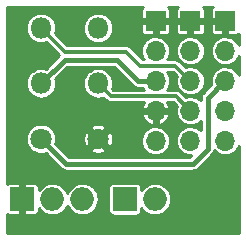
<source format=gbl>
G04 #@! TF.FileFunction,Copper,L2,Bot,Signal*
%FSLAX46Y46*%
G04 Gerber Fmt 4.6, Leading zero omitted, Abs format (unit mm)*
G04 Created by KiCad (PCBNEW 4.0.4-1.fc24-product) date Tue Jun 12 13:21:22 2018*
%MOMM*%
%LPD*%
G01*
G04 APERTURE LIST*
%ADD10C,0.100000*%
%ADD11R,1.700000X1.700000*%
%ADD12O,1.700000X1.700000*%
%ADD13O,1.800000X1.800000*%
%ADD14C,1.800000*%
%ADD15O,1.998980X1.998980*%
%ADD16R,1.998980X1.998980*%
%ADD17C,0.500000*%
%ADD18C,0.400000*%
%ADD19C,0.300000*%
%ADD20C,0.250000*%
G04 APERTURE END LIST*
D10*
D11*
X156900000Y-101600000D03*
D12*
X156900000Y-104140000D03*
X156900000Y-106680000D03*
X156900000Y-109220000D03*
X156900000Y-111760000D03*
D11*
X153950000Y-101600000D03*
D12*
X153950000Y-104140000D03*
X153950000Y-106680000D03*
X153950000Y-109220000D03*
X153950000Y-111760000D03*
D13*
X141300000Y-106900000D03*
D14*
X141300000Y-111600000D03*
D13*
X141300000Y-102200000D03*
D14*
X146130000Y-111600000D03*
D13*
X146130000Y-106900000D03*
X146130000Y-102200000D03*
D11*
X151000000Y-101600000D03*
D12*
X151000000Y-104140000D03*
X151000000Y-106680000D03*
X151000000Y-109220000D03*
X151000000Y-111760000D03*
D15*
X150940000Y-116700000D03*
D16*
X148400000Y-116700000D03*
D15*
X144800000Y-116700000D03*
D16*
X139720000Y-116700000D03*
D15*
X142260000Y-116700000D03*
D17*
X150820000Y-109220000D02*
X151000000Y-109220000D01*
D18*
X151000000Y-106680000D02*
X149480000Y-106680000D01*
X149480000Y-106680000D02*
X147700000Y-104900000D01*
X147700000Y-104900000D02*
X143300000Y-104900000D01*
X143300000Y-104900000D02*
X141300000Y-106900000D01*
D19*
X141300000Y-102200000D02*
X143300000Y-104200000D01*
X143300000Y-104200000D02*
X148500000Y-104200000D01*
X148500000Y-104200000D02*
X149710000Y-105410000D01*
X149710000Y-105410000D02*
X152680000Y-105410000D01*
X152680000Y-105410000D02*
X153950000Y-106680000D01*
X146130000Y-106900000D02*
X147189999Y-107959999D01*
X147189999Y-107959999D02*
X152689999Y-107959999D01*
X152689999Y-107959999D02*
X153950000Y-109220000D01*
D18*
X156875000Y-106700000D02*
X156800000Y-106700000D01*
X155400000Y-112450000D02*
X154150000Y-113700000D01*
X156800000Y-106700000D02*
X155400000Y-108100000D01*
X143400000Y-113700000D02*
X141300000Y-111600000D01*
X155400000Y-108100000D02*
X155400000Y-112450000D01*
X154150000Y-113700000D02*
X143400000Y-113700000D01*
D20*
X138450000Y-100450000D02*
X149923999Y-100450000D01*
X152076001Y-100450000D02*
X152873999Y-100450000D01*
X155026001Y-100450000D02*
X155823999Y-100450000D01*
X138450000Y-100649200D02*
X149787704Y-100649200D01*
X152212297Y-100649200D02*
X152737704Y-100649200D01*
X155162297Y-100649200D02*
X155687704Y-100649200D01*
X138450000Y-100848400D02*
X149775000Y-100848400D01*
X152225000Y-100848400D02*
X152725000Y-100848400D01*
X155175000Y-100848400D02*
X155675000Y-100848400D01*
X138450000Y-101047600D02*
X140732078Y-101047600D01*
X141869000Y-101047600D02*
X145562078Y-101047600D01*
X146699000Y-101047600D02*
X149775000Y-101047600D01*
X152225000Y-101047600D02*
X152725000Y-101047600D01*
X155175000Y-101047600D02*
X155675000Y-101047600D01*
X138450000Y-101246800D02*
X140436859Y-101246800D01*
X142161601Y-101246800D02*
X145266859Y-101246800D01*
X146991601Y-101246800D02*
X149775000Y-101246800D01*
X152225000Y-101246800D02*
X152725000Y-101246800D01*
X155175000Y-101246800D02*
X155675000Y-101246800D01*
X138450000Y-101446000D02*
X140258021Y-101446000D01*
X142340394Y-101446000D02*
X145088021Y-101446000D01*
X147170394Y-101446000D02*
X157095000Y-101446000D01*
X138450000Y-101645200D02*
X140142203Y-101645200D01*
X142456721Y-101645200D02*
X144972203Y-101645200D01*
X147286721Y-101645200D02*
X157095000Y-101645200D01*
X138450000Y-101844400D02*
X140069161Y-101844400D01*
X142530399Y-101844400D02*
X144899161Y-101844400D01*
X147360400Y-101844400D02*
X149799350Y-101844400D01*
X150825000Y-101844400D02*
X151175000Y-101844400D01*
X152200650Y-101844400D02*
X152749350Y-101844400D01*
X153775000Y-101844400D02*
X154125000Y-101844400D01*
X155150650Y-101844400D02*
X155699350Y-101844400D01*
X156725000Y-101844400D02*
X157075000Y-101844400D01*
X138450000Y-102043600D02*
X140029959Y-102043600D01*
X142570275Y-102043600D02*
X144859959Y-102043600D01*
X147400275Y-102043600D02*
X149775000Y-102043600D01*
X150825000Y-102043600D02*
X151175000Y-102043600D01*
X152225000Y-102043600D02*
X152725000Y-102043600D01*
X153775000Y-102043600D02*
X154125000Y-102043600D01*
X155175000Y-102043600D02*
X155675000Y-102043600D01*
X156725000Y-102043600D02*
X157075000Y-102043600D01*
X138450000Y-102242800D02*
X140018586Y-102242800D01*
X142582784Y-102242800D02*
X144848586Y-102242800D01*
X147412784Y-102242800D02*
X149775000Y-102242800D01*
X150825000Y-102242800D02*
X151175000Y-102242800D01*
X152225000Y-102242800D02*
X152725000Y-102242800D01*
X153775000Y-102242800D02*
X154125000Y-102242800D01*
X155175000Y-102242800D02*
X155675000Y-102242800D01*
X156725000Y-102242800D02*
X157075000Y-102242800D01*
X138450000Y-102442000D02*
X140038118Y-102442000D01*
X142560440Y-102442000D02*
X144868118Y-102442000D01*
X147390440Y-102442000D02*
X149775000Y-102442000D01*
X150825000Y-102442000D02*
X151175000Y-102442000D01*
X152225000Y-102442000D02*
X152725000Y-102442000D01*
X153775000Y-102442000D02*
X154125000Y-102442000D01*
X155175000Y-102442000D02*
X155675000Y-102442000D01*
X156725000Y-102442000D02*
X157075000Y-102442000D01*
X138450000Y-102641200D02*
X140095445Y-102641200D01*
X142503685Y-102641200D02*
X144925445Y-102641200D01*
X147333685Y-102641200D02*
X149826746Y-102641200D01*
X150825000Y-102641200D02*
X151175000Y-102641200D01*
X152173253Y-102641200D02*
X152776746Y-102641200D01*
X153775000Y-102641200D02*
X154125000Y-102641200D01*
X155123253Y-102641200D02*
X155726746Y-102641200D01*
X156725000Y-102641200D02*
X157075000Y-102641200D01*
X138450000Y-102840400D02*
X140188793Y-102840400D01*
X142697004Y-102840400D02*
X145018793Y-102840400D01*
X147240738Y-102840400D02*
X158050000Y-102840400D01*
X138450000Y-103039600D02*
X140329420Y-103039600D01*
X142896204Y-103039600D02*
X145159420Y-103039600D01*
X147100151Y-103039600D02*
X150445514Y-103039600D01*
X151555672Y-103039600D02*
X153395514Y-103039600D01*
X154505672Y-103039600D02*
X156345514Y-103039600D01*
X157455672Y-103039600D02*
X158050000Y-103039600D01*
X138450000Y-103238800D02*
X140541872Y-103238800D01*
X143095404Y-103238800D02*
X145371872Y-103238800D01*
X146886677Y-103238800D02*
X150154307Y-103238800D01*
X151844117Y-103238800D02*
X153104307Y-103238800D01*
X154794117Y-103238800D02*
X156054307Y-103238800D01*
X157744117Y-103238800D02*
X158050000Y-103238800D01*
X138450000Y-103438000D02*
X140954482Y-103438000D01*
X141644267Y-103438000D02*
X141781396Y-103438000D01*
X143294604Y-103438000D02*
X145784482Y-103438000D01*
X146474268Y-103438000D02*
X149979592Y-103438000D01*
X152018670Y-103438000D02*
X152929592Y-103438000D01*
X154968670Y-103438000D02*
X155879592Y-103438000D01*
X157918670Y-103438000D02*
X158050000Y-103438000D01*
X138450000Y-103637200D02*
X141980596Y-103637200D01*
X143493804Y-103637200D02*
X149868618Y-103637200D01*
X152130053Y-103637200D02*
X152818618Y-103637200D01*
X155080053Y-103637200D02*
X155768618Y-103637200D01*
X158030053Y-103637200D02*
X158050000Y-103637200D01*
X138450000Y-103836400D02*
X142179796Y-103836400D01*
X148893004Y-103836400D02*
X149801358Y-103836400D01*
X152197856Y-103836400D02*
X152751358Y-103836400D01*
X155147856Y-103836400D02*
X155701358Y-103836400D01*
X138450000Y-104035600D02*
X142378996Y-104035600D01*
X149092204Y-104035600D02*
X149769121Y-104035600D01*
X152230661Y-104035600D02*
X152719121Y-104035600D01*
X155180661Y-104035600D02*
X155669121Y-104035600D01*
X138450000Y-104234800D02*
X142578196Y-104234800D01*
X149291404Y-104234800D02*
X149768466Y-104234800D01*
X152231888Y-104234800D02*
X152718466Y-104234800D01*
X155181888Y-104234800D02*
X155668466Y-104234800D01*
X138450000Y-104434000D02*
X142777396Y-104434000D01*
X149490604Y-104434000D02*
X149799318Y-104434000D01*
X152201614Y-104434000D02*
X152749318Y-104434000D01*
X155151614Y-104434000D02*
X155699318Y-104434000D01*
X138450000Y-104633200D02*
X142739486Y-104633200D01*
X149689804Y-104633200D02*
X149864928Y-104633200D01*
X152136573Y-104633200D02*
X152814928Y-104633200D01*
X155086573Y-104633200D02*
X155764928Y-104633200D01*
X158036573Y-104633200D02*
X158050000Y-104633200D01*
X138450000Y-104832400D02*
X142540286Y-104832400D01*
X149889004Y-104832400D02*
X149973612Y-104832400D01*
X152028350Y-104832400D02*
X152923612Y-104832400D01*
X154978350Y-104832400D02*
X155873612Y-104832400D01*
X157928350Y-104832400D02*
X158050000Y-104832400D01*
X138450000Y-105031600D02*
X142341086Y-105031600D01*
X153058183Y-105031600D02*
X153094442Y-105031600D01*
X154807463Y-105031600D02*
X156044442Y-105031600D01*
X157757463Y-105031600D02*
X158050000Y-105031600D01*
X138450000Y-105230800D02*
X142141886Y-105230800D01*
X153257404Y-105230800D02*
X153376866Y-105230800D01*
X154522542Y-105230800D02*
X156326866Y-105230800D01*
X157472542Y-105230800D02*
X158050000Y-105230800D01*
X138450000Y-105430000D02*
X141942686Y-105430000D01*
X153456604Y-105430000D02*
X158050000Y-105430000D01*
X138450000Y-105629200D02*
X141084960Y-105629200D01*
X141502937Y-105629200D02*
X141743486Y-105629200D01*
X143398114Y-105629200D02*
X145914960Y-105629200D01*
X146332937Y-105629200D02*
X147601885Y-105629200D01*
X154595894Y-105629200D02*
X156252229Y-105629200D01*
X157545894Y-105629200D02*
X158050000Y-105629200D01*
X138450000Y-105828400D02*
X140584118Y-105828400D01*
X143198914Y-105828400D02*
X145414118Y-105828400D01*
X146848436Y-105828400D02*
X147801085Y-105828400D01*
X154848388Y-105828400D02*
X156003351Y-105828400D01*
X157798388Y-105828400D02*
X158050000Y-105828400D01*
X138450000Y-106027600D02*
X140357371Y-106027600D01*
X142999714Y-106027600D02*
X145187371Y-106027600D01*
X147073829Y-106027600D02*
X148000285Y-106027600D01*
X152051844Y-106027600D02*
X152540996Y-106027600D01*
X155001844Y-106027600D02*
X155849507Y-106027600D01*
X157951844Y-106027600D02*
X158050000Y-106027600D01*
X138450000Y-106226800D02*
X140207294Y-106226800D01*
X142800514Y-106226800D02*
X145037294Y-106226800D01*
X147223767Y-106226800D02*
X148199485Y-106226800D01*
X152153827Y-106226800D02*
X152740196Y-106226800D01*
X155103827Y-106226800D02*
X155747667Y-106226800D01*
X138450000Y-106426000D02*
X140106720Y-106426000D01*
X142601314Y-106426000D02*
X144936720Y-106426000D01*
X147324652Y-106426000D02*
X148398685Y-106426000D01*
X152212455Y-106426000D02*
X152736004Y-106426000D01*
X155162455Y-106426000D02*
X155686004Y-106426000D01*
X138450000Y-106625200D02*
X140043529Y-106625200D01*
X142554794Y-106625200D02*
X144873529Y-106625200D01*
X147384794Y-106625200D02*
X148597885Y-106625200D01*
X152235175Y-106625200D02*
X152713908Y-106625200D01*
X155185175Y-106625200D02*
X155663908Y-106625200D01*
X138450000Y-106824400D02*
X140020895Y-106824400D01*
X142578197Y-106824400D02*
X144850895Y-106824400D01*
X147408197Y-106824400D02*
X148797085Y-106824400D01*
X152226674Y-106824400D02*
X152722979Y-106824400D01*
X155176674Y-106824400D02*
X155672979Y-106824400D01*
X138450000Y-107023600D02*
X140026509Y-107023600D01*
X142573720Y-107023600D02*
X144856509Y-107023600D01*
X147403720Y-107023600D02*
X148996285Y-107023600D01*
X152186260Y-107023600D02*
X152763916Y-107023600D01*
X155136260Y-107023600D02*
X155649086Y-107023600D01*
X138450000Y-107222800D02*
X140059698Y-107222800D01*
X142541244Y-107222800D02*
X144889698Y-107222800D01*
X147371244Y-107222800D02*
X149264093Y-107222800D01*
X152109754Y-107222800D02*
X152840858Y-107222800D01*
X155059754Y-107222800D02*
X155449886Y-107222800D01*
X138450000Y-107422000D02*
X140125839Y-107422000D01*
X142475829Y-107422000D02*
X144955839Y-107422000D01*
X147408604Y-107422000D02*
X150013491Y-107422000D01*
X151987317Y-107422000D02*
X152963491Y-107422000D01*
X154937317Y-107422000D02*
X155250686Y-107422000D01*
X138450000Y-107621200D02*
X140232855Y-107621200D01*
X142366318Y-107621200D02*
X145062855Y-107621200D01*
X153107804Y-107621200D02*
X153153553Y-107621200D01*
X154746648Y-107621200D02*
X155051486Y-107621200D01*
X138450000Y-107820400D02*
X140398751Y-107820400D01*
X142202352Y-107820400D02*
X145228751Y-107820400D01*
X153307004Y-107820400D02*
X153474112Y-107820400D01*
X154429257Y-107820400D02*
X154889299Y-107820400D01*
X138450000Y-108019600D02*
X140670338Y-108019600D01*
X141930663Y-108019600D02*
X145500338Y-108019600D01*
X153506204Y-108019600D02*
X153667447Y-108019600D01*
X154236744Y-108019600D02*
X154822963Y-108019600D01*
X138450000Y-108218800D02*
X146692196Y-108218800D01*
X154674942Y-108218800D02*
X154815000Y-108218800D01*
X138450000Y-108418000D02*
X146917418Y-108418000D01*
X138450000Y-108617200D02*
X149937176Y-108617200D01*
X152062825Y-108617200D02*
X152590596Y-108617200D01*
X138450000Y-108816400D02*
X149846885Y-108816400D01*
X152153116Y-108816400D02*
X152782312Y-108816400D01*
X138450000Y-109015600D02*
X149874136Y-109015600D01*
X152125863Y-109015600D02*
X152729632Y-109015600D01*
X138450000Y-109214800D02*
X152709365Y-109214800D01*
X138450000Y-109414000D02*
X149877049Y-109414000D01*
X150825000Y-109414000D02*
X151175000Y-109414000D01*
X152122952Y-109414000D02*
X152727493Y-109414000D01*
X138450000Y-109613200D02*
X149842577Y-109613200D01*
X150825000Y-109613200D02*
X151175000Y-109613200D01*
X152157422Y-109613200D02*
X152778514Y-109613200D01*
X138450000Y-109812400D02*
X149930314Y-109812400D01*
X150825000Y-109812400D02*
X151175000Y-109812400D01*
X152069685Y-109812400D02*
X152866789Y-109812400D01*
X138450000Y-110011600D02*
X150068315Y-110011600D01*
X150825000Y-110011600D02*
X151175000Y-110011600D01*
X151931684Y-110011600D02*
X153003371Y-110011600D01*
X138450000Y-110210800D02*
X150288893Y-110210800D01*
X150825000Y-110210800D02*
X151175000Y-110210800D01*
X151711106Y-110210800D02*
X153212664Y-110210800D01*
X154685833Y-110210800D02*
X154815000Y-110210800D01*
X138450000Y-110410000D02*
X140814941Y-110410000D01*
X141785242Y-110410000D02*
X145671214Y-110410000D01*
X146588856Y-110410000D02*
X153630471Y-110410000D01*
X154266999Y-110410000D02*
X154815000Y-110410000D01*
X138450000Y-110609200D02*
X140475096Y-110609200D01*
X142127126Y-110609200D02*
X145444620Y-110609200D01*
X146815381Y-110609200D02*
X150553165Y-110609200D01*
X151443103Y-110609200D02*
X153503165Y-110609200D01*
X154393103Y-110609200D02*
X154815000Y-110609200D01*
X138450000Y-110808400D02*
X140284592Y-110808400D01*
X142316892Y-110808400D02*
X145585887Y-110808400D01*
X146674113Y-110808400D02*
X150216103Y-110808400D01*
X151784053Y-110808400D02*
X153166103Y-110808400D01*
X154734053Y-110808400D02*
X154815000Y-110808400D01*
X138450000Y-111007600D02*
X140155790Y-111007600D01*
X142445762Y-111007600D02*
X144995382Y-111007600D01*
X145290113Y-111007600D02*
X145785087Y-111007600D01*
X146474913Y-111007600D02*
X146969887Y-111007600D01*
X147264722Y-111007600D02*
X150021286Y-111007600D01*
X151978147Y-111007600D02*
X152971286Y-111007600D01*
X138450000Y-111206800D02*
X140070413Y-111206800D01*
X142527866Y-111206800D02*
X144912773Y-111206800D01*
X145489313Y-111206800D02*
X145984287Y-111206800D01*
X146275713Y-111206800D02*
X146770687Y-111206800D01*
X147347135Y-111206800D02*
X149895870Y-111206800D01*
X152103705Y-111206800D02*
X152845870Y-111206800D01*
X138450000Y-111406000D02*
X140027472Y-111406000D01*
X142571592Y-111406000D02*
X144868587Y-111406000D01*
X145688513Y-111406000D02*
X146571487Y-111406000D01*
X147391366Y-111406000D02*
X149816959Y-111406000D01*
X152183023Y-111406000D02*
X152766959Y-111406000D01*
X138450000Y-111605200D02*
X140014747Y-111605200D01*
X142583223Y-111605200D02*
X144854998Y-111605200D01*
X145877313Y-111605200D02*
X146382687Y-111605200D01*
X147404998Y-111605200D02*
X149774419Y-111605200D01*
X152226074Y-111605200D02*
X152724419Y-111605200D01*
X138450000Y-111804400D02*
X140030994Y-111804400D01*
X142571365Y-111804400D02*
X144870698Y-111804400D01*
X145678113Y-111804400D02*
X146581887Y-111804400D01*
X147389340Y-111804400D02*
X149763879Y-111804400D01*
X152237185Y-111804400D02*
X152713879Y-111804400D01*
X138450000Y-112003600D02*
X140077684Y-112003600D01*
X142530915Y-112003600D02*
X144917168Y-112003600D01*
X145478913Y-112003600D02*
X145973887Y-112003600D01*
X146286113Y-112003600D02*
X146781087Y-112003600D01*
X147342914Y-112003600D02*
X149784484Y-112003600D01*
X152216248Y-112003600D02*
X152734484Y-112003600D01*
X138450000Y-112202800D02*
X140159681Y-112202800D01*
X142730115Y-112202800D02*
X144999581Y-112202800D01*
X145279713Y-112202800D02*
X145774687Y-112202800D01*
X146485313Y-112202800D02*
X146980287Y-112202800D01*
X147260305Y-112202800D02*
X149843113Y-112202800D01*
X152155553Y-112202800D02*
X152793113Y-112202800D01*
X138450000Y-112402000D02*
X140288057Y-112402000D01*
X142929315Y-112402000D02*
X145575487Y-112402000D01*
X146684513Y-112402000D02*
X149942719Y-112402000D01*
X152056116Y-112402000D02*
X152892719Y-112402000D01*
X157956116Y-112402000D02*
X158050000Y-112402000D01*
X138450000Y-112601200D02*
X140488873Y-112601200D01*
X143128515Y-112601200D02*
X145450684Y-112601200D01*
X146809315Y-112601200D02*
X150093250Y-112601200D01*
X151905252Y-112601200D02*
X153043250Y-112601200D01*
X155962835Y-112601200D02*
X155993250Y-112601200D01*
X157805252Y-112601200D02*
X158050000Y-112601200D01*
X138450000Y-112800400D02*
X140837769Y-112800400D01*
X143327715Y-112800400D02*
X145696222Y-112800400D01*
X146563648Y-112800400D02*
X150335189Y-112800400D01*
X151667331Y-112800400D02*
X153285189Y-112800400D01*
X155865997Y-112800400D02*
X156235189Y-112800400D01*
X157567331Y-112800400D02*
X158050000Y-112800400D01*
X138450000Y-112999600D02*
X141872285Y-112999600D01*
X143526915Y-112999600D02*
X154023086Y-112999600D01*
X155677714Y-112999600D02*
X158050000Y-112999600D01*
X138450000Y-113198800D02*
X142071485Y-113198800D01*
X155478514Y-113198800D02*
X158050000Y-113198800D01*
X138450000Y-113398000D02*
X142270685Y-113398000D01*
X155279314Y-113398000D02*
X158050000Y-113398000D01*
X138450000Y-113597200D02*
X142469885Y-113597200D01*
X155080114Y-113597200D02*
X158050000Y-113597200D01*
X138450000Y-113796400D02*
X142669085Y-113796400D01*
X154880914Y-113796400D02*
X158050000Y-113796400D01*
X138450000Y-113995600D02*
X142868285Y-113995600D01*
X154681714Y-113995600D02*
X158050000Y-113995600D01*
X138450000Y-114194800D02*
X143090743Y-114194800D01*
X154460553Y-114194800D02*
X158050000Y-114194800D01*
X138450000Y-114394000D02*
X158050000Y-114394000D01*
X138450000Y-114593200D02*
X158050000Y-114593200D01*
X138450000Y-114792400D02*
X158050000Y-114792400D01*
X138450000Y-114991600D02*
X158050000Y-114991600D01*
X138450000Y-115190800D02*
X158050000Y-115190800D01*
X138450000Y-115390000D02*
X138510239Y-115390000D01*
X139515740Y-115390000D02*
X139924260Y-115390000D01*
X140929762Y-115390000D02*
X141824995Y-115390000D01*
X142694001Y-115390000D02*
X144364995Y-115390000D01*
X145234001Y-115390000D02*
X147175634Y-115390000D01*
X149625635Y-115390000D02*
X150504995Y-115390000D01*
X151374001Y-115390000D02*
X158050000Y-115390000D01*
X139545000Y-115589200D02*
X139895000Y-115589200D01*
X141079282Y-115589200D02*
X141435184Y-115589200D01*
X143086504Y-115589200D02*
X143975184Y-115589200D01*
X145626504Y-115589200D02*
X147030557Y-115589200D01*
X149765980Y-115589200D02*
X150115184Y-115589200D01*
X151766504Y-115589200D02*
X158050000Y-115589200D01*
X139545000Y-115788400D02*
X139895000Y-115788400D01*
X141094490Y-115788400D02*
X141219177Y-115788400D01*
X143301771Y-115788400D02*
X143759177Y-115788400D01*
X145841771Y-115788400D02*
X147013648Y-115788400D01*
X149786352Y-115788400D02*
X149899177Y-115788400D01*
X151981771Y-115788400D02*
X158050000Y-115788400D01*
X139545000Y-115987600D02*
X139895000Y-115987600D01*
X143449081Y-115987600D02*
X143612094Y-115987600D01*
X145989081Y-115987600D02*
X147013648Y-115987600D01*
X152129081Y-115987600D02*
X158050000Y-115987600D01*
X139545000Y-116186800D02*
X139895000Y-116186800D01*
X146091977Y-116186800D02*
X147013648Y-116186800D01*
X152231977Y-116186800D02*
X158050000Y-116186800D01*
X139545000Y-116386000D02*
X139895000Y-116386000D01*
X146150605Y-116386000D02*
X147013648Y-116386000D01*
X152290605Y-116386000D02*
X158050000Y-116386000D01*
X139525000Y-116585200D02*
X139915000Y-116585200D01*
X146179828Y-116585200D02*
X147013648Y-116585200D01*
X152319828Y-116585200D02*
X158050000Y-116585200D01*
X139525000Y-116784400D02*
X139915000Y-116784400D01*
X146183300Y-116784400D02*
X147013648Y-116784400D01*
X152323300Y-116784400D02*
X158050000Y-116784400D01*
X139545000Y-116983600D02*
X139895000Y-116983600D01*
X146161298Y-116983600D02*
X147013648Y-116983600D01*
X152301298Y-116983600D02*
X158050000Y-116983600D01*
X139545000Y-117182800D02*
X139895000Y-117182800D01*
X146099635Y-117182800D02*
X147013648Y-117182800D01*
X152239635Y-117182800D02*
X158050000Y-117182800D01*
X139545000Y-117382000D02*
X139895000Y-117382000D01*
X143464343Y-117382000D02*
X143595027Y-117382000D01*
X146004343Y-117382000D02*
X147013648Y-117382000D01*
X152144343Y-117382000D02*
X158050000Y-117382000D01*
X139545000Y-117581200D02*
X139895000Y-117581200D01*
X141094490Y-117581200D02*
X141193787Y-117581200D01*
X143325972Y-117581200D02*
X143733787Y-117581200D01*
X145865972Y-117581200D02*
X147013648Y-117581200D01*
X149786352Y-117581200D02*
X149873787Y-117581200D01*
X152005972Y-117581200D02*
X158050000Y-117581200D01*
X139545000Y-117780400D02*
X139895000Y-117780400D01*
X141085742Y-117780400D02*
X141397267Y-117780400D01*
X143122090Y-117780400D02*
X143937267Y-117780400D01*
X145662090Y-117780400D02*
X147024606Y-117780400D01*
X149774854Y-117780400D02*
X150077267Y-117780400D01*
X151802090Y-117780400D02*
X158050000Y-117780400D01*
X138450000Y-117979600D02*
X138470290Y-117979600D01*
X139545000Y-117979600D02*
X139895000Y-117979600D01*
X140969710Y-117979600D02*
X141730166Y-117979600D01*
X142795086Y-117979600D02*
X144270166Y-117979600D01*
X145335086Y-117979600D02*
X147138696Y-117979600D01*
X149664006Y-117979600D02*
X150410166Y-117979600D01*
X151475086Y-117979600D02*
X158050000Y-117979600D01*
X138450000Y-118178800D02*
X158050000Y-118178800D01*
X138450000Y-118378000D02*
X158050000Y-118378000D01*
X138450000Y-118577200D02*
X158050000Y-118577200D01*
X138450000Y-118776400D02*
X158050000Y-118776400D01*
X138450000Y-118975600D02*
X158050000Y-118975600D01*
X138450000Y-119174800D02*
X158050000Y-119174800D01*
X138450000Y-119374000D02*
X158050000Y-119374000D01*
X149910952Y-100458718D02*
X149858719Y-100510951D01*
X149817679Y-100572371D01*
X149789411Y-100640616D01*
X149775000Y-100713065D01*
X149775000Y-101331250D01*
X149868750Y-101425000D01*
X150825000Y-101425000D01*
X150825000Y-101405000D01*
X151175000Y-101405000D01*
X151175000Y-101425000D01*
X152131250Y-101425000D01*
X152225000Y-101331250D01*
X152225000Y-100713065D01*
X152210589Y-100640616D01*
X152182321Y-100572371D01*
X152141281Y-100510951D01*
X152089048Y-100458718D01*
X152076001Y-100450000D01*
X152873999Y-100450000D01*
X152860952Y-100458718D01*
X152808719Y-100510951D01*
X152767679Y-100572371D01*
X152739411Y-100640616D01*
X152725000Y-100713065D01*
X152725000Y-101331250D01*
X152818750Y-101425000D01*
X153775000Y-101425000D01*
X153775000Y-101405000D01*
X154125000Y-101405000D01*
X154125000Y-101425000D01*
X155081250Y-101425000D01*
X155175000Y-101331250D01*
X155175000Y-100713065D01*
X155160589Y-100640616D01*
X155132321Y-100572371D01*
X155091281Y-100510951D01*
X155039048Y-100458718D01*
X155026001Y-100450000D01*
X155823999Y-100450000D01*
X155810952Y-100458718D01*
X155758719Y-100510951D01*
X155717679Y-100572371D01*
X155689411Y-100640616D01*
X155675000Y-100713065D01*
X155675000Y-101331250D01*
X155768750Y-101425000D01*
X156725000Y-101425000D01*
X156725000Y-101405000D01*
X157075000Y-101405000D01*
X157075000Y-101425000D01*
X157095000Y-101425000D01*
X157095000Y-101775000D01*
X157075000Y-101775000D01*
X157075000Y-102731250D01*
X157168750Y-102825000D01*
X157786934Y-102825000D01*
X157859383Y-102810589D01*
X157927629Y-102782321D01*
X157989048Y-102741282D01*
X158041281Y-102689049D01*
X158050000Y-102676000D01*
X158050000Y-103675356D01*
X157939380Y-103463759D01*
X157788350Y-103275916D01*
X157603710Y-103120985D01*
X157392494Y-103004868D01*
X157162747Y-102931988D01*
X156923219Y-102905120D01*
X156905976Y-102905000D01*
X156894024Y-102905000D01*
X156654145Y-102928520D01*
X156423402Y-102998186D01*
X156210585Y-103111342D01*
X156023801Y-103263680D01*
X155870163Y-103449397D01*
X155755523Y-103661418D01*
X155684249Y-103891669D01*
X155659054Y-104131378D01*
X155680899Y-104371416D01*
X155748952Y-104602639D01*
X155860620Y-104816241D01*
X156011650Y-105004084D01*
X156196290Y-105159015D01*
X156407506Y-105275132D01*
X156637253Y-105348012D01*
X156876781Y-105374880D01*
X156894024Y-105375000D01*
X156905976Y-105375000D01*
X157145855Y-105351480D01*
X157376598Y-105281814D01*
X157589415Y-105168658D01*
X157776199Y-105016320D01*
X157929837Y-104830603D01*
X158044477Y-104618582D01*
X158050000Y-104600740D01*
X158050000Y-106215356D01*
X157939380Y-106003759D01*
X157788350Y-105815916D01*
X157603710Y-105660985D01*
X157392494Y-105544868D01*
X157162747Y-105471988D01*
X156923219Y-105445120D01*
X156905976Y-105445000D01*
X156894024Y-105445000D01*
X156654145Y-105468520D01*
X156423402Y-105538186D01*
X156210585Y-105651342D01*
X156023801Y-105803680D01*
X155870163Y-105989397D01*
X155755523Y-106201418D01*
X155684249Y-106431669D01*
X155659054Y-106671378D01*
X155680899Y-106911416D01*
X155699175Y-106973511D01*
X154986343Y-107686343D01*
X154952066Y-107728072D01*
X154917309Y-107769494D01*
X154915828Y-107772189D01*
X154913874Y-107774567D01*
X154888325Y-107822216D01*
X154862306Y-107869544D01*
X154861376Y-107872475D01*
X154859922Y-107875187D01*
X154844106Y-107926917D01*
X154827784Y-107978372D01*
X154827442Y-107981424D01*
X154826541Y-107984370D01*
X154821074Y-108038192D01*
X154815057Y-108091832D01*
X154815015Y-108097839D01*
X154815003Y-108097958D01*
X154815013Y-108098069D01*
X154815000Y-108100000D01*
X154815000Y-108336323D01*
X154653710Y-108200985D01*
X154442494Y-108084868D01*
X154212747Y-108011988D01*
X153973219Y-107985120D01*
X153955976Y-107985000D01*
X153944024Y-107985000D01*
X153704145Y-108008520D01*
X153543597Y-108056993D01*
X153068301Y-107581697D01*
X153030148Y-107550358D01*
X152992256Y-107518563D01*
X152989788Y-107517206D01*
X152987617Y-107515423D01*
X152944064Y-107492070D01*
X152900758Y-107468262D01*
X152898080Y-107467413D01*
X152895597Y-107466081D01*
X152848302Y-107451622D01*
X152801232Y-107436690D01*
X152798436Y-107436376D01*
X152795746Y-107435554D01*
X152746629Y-107430565D01*
X152697469Y-107425051D01*
X152691961Y-107425013D01*
X152691866Y-107425003D01*
X152691777Y-107425011D01*
X152689999Y-107424999D01*
X151984837Y-107424999D01*
X152029837Y-107370603D01*
X152144477Y-107158582D01*
X152215751Y-106928331D01*
X152240946Y-106688622D01*
X152219101Y-106448584D01*
X152151048Y-106217361D01*
X152039380Y-106003759D01*
X151992136Y-105945000D01*
X152458396Y-105945000D01*
X152784081Y-106270685D01*
X152734249Y-106431669D01*
X152709054Y-106671378D01*
X152730899Y-106911416D01*
X152798952Y-107142639D01*
X152910620Y-107356241D01*
X153061650Y-107544084D01*
X153246290Y-107699015D01*
X153457506Y-107815132D01*
X153687253Y-107888012D01*
X153926781Y-107914880D01*
X153944024Y-107915000D01*
X153955976Y-107915000D01*
X154195855Y-107891480D01*
X154426598Y-107821814D01*
X154639415Y-107708658D01*
X154826199Y-107556320D01*
X154979837Y-107370603D01*
X155094477Y-107158582D01*
X155165751Y-106928331D01*
X155190946Y-106688622D01*
X155169101Y-106448584D01*
X155101048Y-106217361D01*
X154989380Y-106003759D01*
X154838350Y-105815916D01*
X154653710Y-105660985D01*
X154442494Y-105544868D01*
X154212747Y-105471988D01*
X153973219Y-105445120D01*
X153955976Y-105445000D01*
X153944024Y-105445000D01*
X153704145Y-105468520D01*
X153543597Y-105516993D01*
X153058302Y-105031698D01*
X153020149Y-105000359D01*
X152982257Y-104968564D01*
X152979789Y-104967207D01*
X152977618Y-104965424D01*
X152934065Y-104942071D01*
X152890759Y-104918263D01*
X152888081Y-104917414D01*
X152885598Y-104916082D01*
X152838303Y-104901623D01*
X152791233Y-104886691D01*
X152788437Y-104886377D01*
X152785747Y-104885555D01*
X152736630Y-104880566D01*
X152687470Y-104875052D01*
X152681962Y-104875014D01*
X152681867Y-104875004D01*
X152681778Y-104875012D01*
X152680000Y-104875000D01*
X151993109Y-104875000D01*
X152029837Y-104830603D01*
X152144477Y-104618582D01*
X152215751Y-104388331D01*
X152240946Y-104148622D01*
X152239377Y-104131378D01*
X152709054Y-104131378D01*
X152730899Y-104371416D01*
X152798952Y-104602639D01*
X152910620Y-104816241D01*
X153061650Y-105004084D01*
X153246290Y-105159015D01*
X153457506Y-105275132D01*
X153687253Y-105348012D01*
X153926781Y-105374880D01*
X153944024Y-105375000D01*
X153955976Y-105375000D01*
X154195855Y-105351480D01*
X154426598Y-105281814D01*
X154639415Y-105168658D01*
X154826199Y-105016320D01*
X154979837Y-104830603D01*
X155094477Y-104618582D01*
X155165751Y-104388331D01*
X155190946Y-104148622D01*
X155169101Y-103908584D01*
X155101048Y-103677361D01*
X154989380Y-103463759D01*
X154838350Y-103275916D01*
X154653710Y-103120985D01*
X154442494Y-103004868D01*
X154212747Y-102931988D01*
X153973219Y-102905120D01*
X153955976Y-102905000D01*
X153944024Y-102905000D01*
X153704145Y-102928520D01*
X153473402Y-102998186D01*
X153260585Y-103111342D01*
X153073801Y-103263680D01*
X152920163Y-103449397D01*
X152805523Y-103661418D01*
X152734249Y-103891669D01*
X152709054Y-104131378D01*
X152239377Y-104131378D01*
X152219101Y-103908584D01*
X152151048Y-103677361D01*
X152039380Y-103463759D01*
X151888350Y-103275916D01*
X151703710Y-103120985D01*
X151492494Y-103004868D01*
X151262747Y-102931988D01*
X151023219Y-102905120D01*
X151005976Y-102905000D01*
X150994024Y-102905000D01*
X150754145Y-102928520D01*
X150523402Y-102998186D01*
X150310585Y-103111342D01*
X150123801Y-103263680D01*
X149970163Y-103449397D01*
X149855523Y-103661418D01*
X149784249Y-103891669D01*
X149759054Y-104131378D01*
X149780899Y-104371416D01*
X149848952Y-104602639D01*
X149960620Y-104816241D01*
X150007864Y-104875000D01*
X149931604Y-104875000D01*
X148878302Y-103821698D01*
X148840149Y-103790359D01*
X148802257Y-103758564D01*
X148799789Y-103757207D01*
X148797618Y-103755424D01*
X148754065Y-103732071D01*
X148710759Y-103708263D01*
X148708081Y-103707414D01*
X148705598Y-103706082D01*
X148658303Y-103691623D01*
X148611233Y-103676691D01*
X148608437Y-103676377D01*
X148605747Y-103675555D01*
X148556630Y-103670566D01*
X148507470Y-103665052D01*
X148501962Y-103665014D01*
X148501867Y-103665004D01*
X148501778Y-103665012D01*
X148500000Y-103665000D01*
X143521604Y-103665000D01*
X142502269Y-102645665D01*
X142556920Y-102473385D01*
X142584875Y-102224159D01*
X142585000Y-102206218D01*
X142585000Y-102193782D01*
X144845000Y-102193782D01*
X144845000Y-102206218D01*
X144869473Y-102455809D01*
X144941958Y-102695893D01*
X145059696Y-102917326D01*
X145218202Y-103111673D01*
X145411437Y-103271531D01*
X145632042Y-103390812D01*
X145871615Y-103464972D01*
X146121029Y-103491187D01*
X146370785Y-103468457D01*
X146611369Y-103397649D01*
X146833619Y-103281460D01*
X147029067Y-103124315D01*
X147190271Y-102932201D01*
X147311089Y-102712433D01*
X147386920Y-102473385D01*
X147414875Y-102224159D01*
X147415000Y-102206218D01*
X147415000Y-102193782D01*
X147390527Y-101944191D01*
X147367751Y-101868750D01*
X149775000Y-101868750D01*
X149775000Y-102486935D01*
X149789411Y-102559384D01*
X149817679Y-102627629D01*
X149858719Y-102689049D01*
X149910952Y-102741282D01*
X149972371Y-102782321D01*
X150040617Y-102810589D01*
X150113066Y-102825000D01*
X150731250Y-102825000D01*
X150825000Y-102731250D01*
X150825000Y-101775000D01*
X151175000Y-101775000D01*
X151175000Y-102731250D01*
X151268750Y-102825000D01*
X151886934Y-102825000D01*
X151959383Y-102810589D01*
X152027629Y-102782321D01*
X152089048Y-102741282D01*
X152141281Y-102689049D01*
X152182321Y-102627629D01*
X152210589Y-102559384D01*
X152225000Y-102486935D01*
X152225000Y-101868750D01*
X152725000Y-101868750D01*
X152725000Y-102486935D01*
X152739411Y-102559384D01*
X152767679Y-102627629D01*
X152808719Y-102689049D01*
X152860952Y-102741282D01*
X152922371Y-102782321D01*
X152990617Y-102810589D01*
X153063066Y-102825000D01*
X153681250Y-102825000D01*
X153775000Y-102731250D01*
X153775000Y-101775000D01*
X154125000Y-101775000D01*
X154125000Y-102731250D01*
X154218750Y-102825000D01*
X154836934Y-102825000D01*
X154909383Y-102810589D01*
X154977629Y-102782321D01*
X155039048Y-102741282D01*
X155091281Y-102689049D01*
X155132321Y-102627629D01*
X155160589Y-102559384D01*
X155175000Y-102486935D01*
X155175000Y-101868750D01*
X155675000Y-101868750D01*
X155675000Y-102486935D01*
X155689411Y-102559384D01*
X155717679Y-102627629D01*
X155758719Y-102689049D01*
X155810952Y-102741282D01*
X155872371Y-102782321D01*
X155940617Y-102810589D01*
X156013066Y-102825000D01*
X156631250Y-102825000D01*
X156725000Y-102731250D01*
X156725000Y-101775000D01*
X155768750Y-101775000D01*
X155675000Y-101868750D01*
X155175000Y-101868750D01*
X155081250Y-101775000D01*
X154125000Y-101775000D01*
X153775000Y-101775000D01*
X152818750Y-101775000D01*
X152725000Y-101868750D01*
X152225000Y-101868750D01*
X152131250Y-101775000D01*
X151175000Y-101775000D01*
X150825000Y-101775000D01*
X149868750Y-101775000D01*
X149775000Y-101868750D01*
X147367751Y-101868750D01*
X147318042Y-101704107D01*
X147200304Y-101482674D01*
X147041798Y-101288327D01*
X146848563Y-101128469D01*
X146627958Y-101009188D01*
X146388385Y-100935028D01*
X146138971Y-100908813D01*
X145889215Y-100931543D01*
X145648631Y-101002351D01*
X145426381Y-101118540D01*
X145230933Y-101275685D01*
X145069729Y-101467799D01*
X144948911Y-101687567D01*
X144873080Y-101926615D01*
X144845125Y-102175841D01*
X144845000Y-102193782D01*
X142585000Y-102193782D01*
X142560527Y-101944191D01*
X142488042Y-101704107D01*
X142370304Y-101482674D01*
X142211798Y-101288327D01*
X142018563Y-101128469D01*
X141797958Y-101009188D01*
X141558385Y-100935028D01*
X141308971Y-100908813D01*
X141059215Y-100931543D01*
X140818631Y-101002351D01*
X140596381Y-101118540D01*
X140400933Y-101275685D01*
X140239729Y-101467799D01*
X140118911Y-101687567D01*
X140043080Y-101926615D01*
X140015125Y-102175841D01*
X140015000Y-102193782D01*
X140015000Y-102206218D01*
X140039473Y-102455809D01*
X140111958Y-102695893D01*
X140229696Y-102917326D01*
X140388202Y-103111673D01*
X140581437Y-103271531D01*
X140802042Y-103390812D01*
X141041615Y-103464972D01*
X141291029Y-103491187D01*
X141540785Y-103468457D01*
X141750214Y-103406818D01*
X142858041Y-104514645D01*
X141695281Y-105677404D01*
X141558385Y-105635028D01*
X141308971Y-105608813D01*
X141059215Y-105631543D01*
X140818631Y-105702351D01*
X140596381Y-105818540D01*
X140400933Y-105975685D01*
X140239729Y-106167799D01*
X140118911Y-106387567D01*
X140043080Y-106626615D01*
X140015125Y-106875841D01*
X140015000Y-106893782D01*
X140015000Y-106906218D01*
X140039473Y-107155809D01*
X140111958Y-107395893D01*
X140229696Y-107617326D01*
X140388202Y-107811673D01*
X140581437Y-107971531D01*
X140802042Y-108090812D01*
X141041615Y-108164972D01*
X141291029Y-108191187D01*
X141540785Y-108168457D01*
X141781369Y-108097649D01*
X142003619Y-107981460D01*
X142199067Y-107824315D01*
X142360271Y-107632201D01*
X142481089Y-107412433D01*
X142556920Y-107173385D01*
X142584875Y-106924159D01*
X142585000Y-106906218D01*
X142585000Y-106893782D01*
X142560527Y-106644191D01*
X142519387Y-106507927D01*
X143542315Y-105485000D01*
X147457686Y-105485000D01*
X149066342Y-107093657D01*
X149108097Y-107127955D01*
X149149494Y-107162691D01*
X149152189Y-107164172D01*
X149154567Y-107166126D01*
X149202181Y-107191656D01*
X149249544Y-107217694D01*
X149252479Y-107218625D01*
X149255187Y-107220077D01*
X149306871Y-107235879D01*
X149358372Y-107252216D01*
X149361424Y-107252558D01*
X149364370Y-107253459D01*
X149418147Y-107258921D01*
X149471832Y-107264943D01*
X149477850Y-107264985D01*
X149477958Y-107264996D01*
X149478059Y-107264986D01*
X149480000Y-107265000D01*
X149912921Y-107265000D01*
X149960620Y-107356241D01*
X150015903Y-107424999D01*
X147411603Y-107424999D01*
X147332269Y-107345665D01*
X147386920Y-107173385D01*
X147414875Y-106924159D01*
X147415000Y-106906218D01*
X147415000Y-106893782D01*
X147390527Y-106644191D01*
X147318042Y-106404107D01*
X147200304Y-106182674D01*
X147041798Y-105988327D01*
X146848563Y-105828469D01*
X146627958Y-105709188D01*
X146388385Y-105635028D01*
X146138971Y-105608813D01*
X145889215Y-105631543D01*
X145648631Y-105702351D01*
X145426381Y-105818540D01*
X145230933Y-105975685D01*
X145069729Y-106167799D01*
X144948911Y-106387567D01*
X144873080Y-106626615D01*
X144845125Y-106875841D01*
X144845000Y-106893782D01*
X144845000Y-106906218D01*
X144869473Y-107155809D01*
X144941958Y-107395893D01*
X145059696Y-107617326D01*
X145218202Y-107811673D01*
X145411437Y-107971531D01*
X145632042Y-108090812D01*
X145871615Y-108164972D01*
X146121029Y-108191187D01*
X146370785Y-108168457D01*
X146580214Y-108106818D01*
X146811697Y-108338301D01*
X146849850Y-108369640D01*
X146887742Y-108401435D01*
X146890210Y-108402792D01*
X146892381Y-108404575D01*
X146935934Y-108427928D01*
X146979240Y-108451736D01*
X146981918Y-108452585D01*
X146984401Y-108453917D01*
X147031696Y-108468376D01*
X147078766Y-108483308D01*
X147081562Y-108483622D01*
X147084252Y-108484444D01*
X147133369Y-108489433D01*
X147182529Y-108494947D01*
X147188037Y-108494985D01*
X147188132Y-108494995D01*
X147188221Y-108494987D01*
X147189999Y-108494999D01*
X150017789Y-108494999D01*
X149916250Y-108648921D01*
X149829867Y-108857488D01*
X149882368Y-109045000D01*
X150825000Y-109045000D01*
X150825000Y-109025000D01*
X151175000Y-109025000D01*
X151175000Y-109045000D01*
X152117632Y-109045000D01*
X152170133Y-108857488D01*
X152083750Y-108648921D01*
X151982211Y-108494999D01*
X152468395Y-108494999D01*
X152784081Y-108810685D01*
X152734249Y-108971669D01*
X152709054Y-109211378D01*
X152730899Y-109451416D01*
X152798952Y-109682639D01*
X152910620Y-109896241D01*
X153061650Y-110084084D01*
X153246290Y-110239015D01*
X153457506Y-110355132D01*
X153687253Y-110428012D01*
X153926781Y-110454880D01*
X153944024Y-110455000D01*
X153955976Y-110455000D01*
X154195855Y-110431480D01*
X154426598Y-110361814D01*
X154639415Y-110248658D01*
X154815000Y-110105454D01*
X154815000Y-110876323D01*
X154653710Y-110740985D01*
X154442494Y-110624868D01*
X154212747Y-110551988D01*
X153973219Y-110525120D01*
X153955976Y-110525000D01*
X153944024Y-110525000D01*
X153704145Y-110548520D01*
X153473402Y-110618186D01*
X153260585Y-110731342D01*
X153073801Y-110883680D01*
X152920163Y-111069397D01*
X152805523Y-111281418D01*
X152734249Y-111511669D01*
X152709054Y-111751378D01*
X152730899Y-111991416D01*
X152798952Y-112222639D01*
X152910620Y-112436241D01*
X153061650Y-112624084D01*
X153246290Y-112779015D01*
X153457506Y-112895132D01*
X153687253Y-112968012D01*
X153926781Y-112994880D01*
X153944024Y-112995000D01*
X153955976Y-112995000D01*
X154035481Y-112987205D01*
X153907686Y-113115000D01*
X143642315Y-113115000D01*
X143081522Y-112554207D01*
X145423280Y-112554207D01*
X145525584Y-112729635D01*
X145757579Y-112825845D01*
X146003885Y-112874947D01*
X146255038Y-112875053D01*
X146501386Y-112826159D01*
X146733462Y-112730145D01*
X146734416Y-112729635D01*
X146836720Y-112554207D01*
X146130000Y-111847487D01*
X145423280Y-112554207D01*
X143081522Y-112554207D01*
X142526998Y-111999684D01*
X142581036Y-111761833D01*
X142581549Y-111725038D01*
X144854947Y-111725038D01*
X144903841Y-111971386D01*
X144999855Y-112203462D01*
X145000365Y-112204416D01*
X145175793Y-112306720D01*
X145882513Y-111600000D01*
X146377487Y-111600000D01*
X147084207Y-112306720D01*
X147259635Y-112204416D01*
X147355845Y-111972421D01*
X147399910Y-111751378D01*
X149759054Y-111751378D01*
X149780899Y-111991416D01*
X149848952Y-112222639D01*
X149960620Y-112436241D01*
X150111650Y-112624084D01*
X150296290Y-112779015D01*
X150507506Y-112895132D01*
X150737253Y-112968012D01*
X150976781Y-112994880D01*
X150994024Y-112995000D01*
X151005976Y-112995000D01*
X151245855Y-112971480D01*
X151476598Y-112901814D01*
X151689415Y-112788658D01*
X151876199Y-112636320D01*
X152029837Y-112450603D01*
X152144477Y-112238582D01*
X152215751Y-112008331D01*
X152240946Y-111768622D01*
X152219101Y-111528584D01*
X152151048Y-111297361D01*
X152039380Y-111083759D01*
X151888350Y-110895916D01*
X151703710Y-110740985D01*
X151492494Y-110624868D01*
X151262747Y-110551988D01*
X151023219Y-110525120D01*
X151005976Y-110525000D01*
X150994024Y-110525000D01*
X150754145Y-110548520D01*
X150523402Y-110618186D01*
X150310585Y-110731342D01*
X150123801Y-110883680D01*
X149970163Y-111069397D01*
X149855523Y-111281418D01*
X149784249Y-111511669D01*
X149759054Y-111751378D01*
X147399910Y-111751378D01*
X147404947Y-111726115D01*
X147405053Y-111474962D01*
X147356159Y-111228614D01*
X147260145Y-110996538D01*
X147259635Y-110995584D01*
X147084207Y-110893280D01*
X146377487Y-111600000D01*
X145882513Y-111600000D01*
X145175793Y-110893280D01*
X145000365Y-110995584D01*
X144904155Y-111227579D01*
X144855053Y-111473885D01*
X144854947Y-111725038D01*
X142581549Y-111725038D01*
X142585056Y-111473999D01*
X142536108Y-111226797D01*
X142440078Y-110993810D01*
X142300622Y-110783912D01*
X142163464Y-110645793D01*
X145423280Y-110645793D01*
X146130000Y-111352513D01*
X146836720Y-110645793D01*
X146734416Y-110470365D01*
X146502421Y-110374155D01*
X146256115Y-110325053D01*
X146004962Y-110324947D01*
X145758614Y-110373841D01*
X145526538Y-110469855D01*
X145525584Y-110470365D01*
X145423280Y-110645793D01*
X142163464Y-110645793D01*
X142123053Y-110605099D01*
X141914135Y-110464182D01*
X141681824Y-110366527D01*
X141434969Y-110315855D01*
X141182974Y-110314096D01*
X140935436Y-110361317D01*
X140701784Y-110455718D01*
X140490918Y-110593705D01*
X140310870Y-110770021D01*
X140168497Y-110977951D01*
X140069223Y-111209575D01*
X140016829Y-111456069D01*
X140013310Y-111708046D01*
X140058802Y-111955908D01*
X140151570Y-112190213D01*
X140288081Y-112402037D01*
X140463136Y-112583312D01*
X140670067Y-112727133D01*
X140900992Y-112828021D01*
X141147115Y-112882135D01*
X141399061Y-112887412D01*
X141647234Y-112843653D01*
X141697026Y-112824340D01*
X142986342Y-114113657D01*
X143028119Y-114147973D01*
X143069494Y-114182691D01*
X143072186Y-114184171D01*
X143074566Y-114186126D01*
X143122201Y-114211667D01*
X143169544Y-114237694D01*
X143172479Y-114238625D01*
X143175187Y-114240077D01*
X143226830Y-114255866D01*
X143278372Y-114272216D01*
X143281429Y-114272559D01*
X143284370Y-114273458D01*
X143338098Y-114278916D01*
X143391832Y-114284943D01*
X143397850Y-114284985D01*
X143397958Y-114284996D01*
X143398059Y-114284986D01*
X143400000Y-114285000D01*
X154150000Y-114285000D01*
X154203798Y-114279725D01*
X154257611Y-114275017D01*
X154260563Y-114274159D01*
X154263627Y-114273859D01*
X154315374Y-114258235D01*
X154367250Y-114243164D01*
X154369982Y-114241748D01*
X154372926Y-114240859D01*
X154420638Y-114215490D01*
X154468614Y-114190622D01*
X154471017Y-114188703D01*
X154473734Y-114187259D01*
X154515599Y-114153115D01*
X154557842Y-114119393D01*
X154562119Y-114115174D01*
X154562211Y-114115099D01*
X154562281Y-114115014D01*
X154563657Y-114113657D01*
X155813658Y-112863657D01*
X155847959Y-112821898D01*
X155882691Y-112780506D01*
X155884172Y-112777811D01*
X155886126Y-112775433D01*
X155911675Y-112727784D01*
X155937694Y-112680456D01*
X155938624Y-112677525D01*
X155940078Y-112674813D01*
X155955894Y-112623083D01*
X155971440Y-112574073D01*
X156011650Y-112624084D01*
X156196290Y-112779015D01*
X156407506Y-112895132D01*
X156637253Y-112968012D01*
X156876781Y-112994880D01*
X156894024Y-112995000D01*
X156905976Y-112995000D01*
X157145855Y-112971480D01*
X157376598Y-112901814D01*
X157589415Y-112788658D01*
X157776199Y-112636320D01*
X157929837Y-112450603D01*
X158044477Y-112238582D01*
X158050000Y-112220740D01*
X158050000Y-119550000D01*
X138450000Y-119550000D01*
X138450000Y-117959310D01*
X138481462Y-117990772D01*
X138542881Y-118031811D01*
X138611127Y-118060079D01*
X138683576Y-118074490D01*
X139451250Y-118074490D01*
X139545000Y-117980740D01*
X139545000Y-116875000D01*
X139525000Y-116875000D01*
X139525000Y-116525000D01*
X139545000Y-116525000D01*
X139545000Y-115419260D01*
X139895000Y-115419260D01*
X139895000Y-116525000D01*
X139915000Y-116525000D01*
X139915000Y-116875000D01*
X139895000Y-116875000D01*
X139895000Y-117980740D01*
X139988750Y-118074490D01*
X140756424Y-118074490D01*
X140828873Y-118060079D01*
X140897119Y-118031811D01*
X140958538Y-117990772D01*
X141010771Y-117938539D01*
X141051811Y-117877119D01*
X141080079Y-117808874D01*
X141094490Y-117736425D01*
X141094490Y-117457486D01*
X141094809Y-117458096D01*
X141264121Y-117668677D01*
X141471110Y-117842361D01*
X141707892Y-117972534D01*
X141965449Y-118054236D01*
X142233971Y-118084355D01*
X142253301Y-118084490D01*
X142266699Y-118084490D01*
X142535615Y-118058123D01*
X142794287Y-117980025D01*
X143032864Y-117853171D01*
X143242258Y-117682394D01*
X143414493Y-117474197D01*
X143530786Y-117259118D01*
X143634809Y-117458096D01*
X143804121Y-117668677D01*
X144011110Y-117842361D01*
X144247892Y-117972534D01*
X144505449Y-118054236D01*
X144773971Y-118084355D01*
X144793301Y-118084490D01*
X144806699Y-118084490D01*
X145075615Y-118058123D01*
X145334287Y-117980025D01*
X145572864Y-117853171D01*
X145782258Y-117682394D01*
X145954493Y-117474197D01*
X146083009Y-117236511D01*
X146162911Y-116978390D01*
X146191155Y-116709665D01*
X146166666Y-116440572D01*
X146090376Y-116181361D01*
X145965191Y-115941904D01*
X145795879Y-115731323D01*
X145759158Y-115700510D01*
X147013648Y-115700510D01*
X147013648Y-117699490D01*
X147018537Y-117760800D01*
X147050740Y-117864788D01*
X147110639Y-117955687D01*
X147193490Y-118026300D01*
X147292733Y-118071036D01*
X147400510Y-118086352D01*
X149399490Y-118086352D01*
X149460800Y-118081463D01*
X149564788Y-118049260D01*
X149655687Y-117989361D01*
X149726300Y-117906510D01*
X149771036Y-117807267D01*
X149786352Y-117699490D01*
X149786352Y-117472453D01*
X149944121Y-117668677D01*
X150151110Y-117842361D01*
X150387892Y-117972534D01*
X150645449Y-118054236D01*
X150913971Y-118084355D01*
X150933301Y-118084490D01*
X150946699Y-118084490D01*
X151215615Y-118058123D01*
X151474287Y-117980025D01*
X151712864Y-117853171D01*
X151922258Y-117682394D01*
X152094493Y-117474197D01*
X152223009Y-117236511D01*
X152302911Y-116978390D01*
X152331155Y-116709665D01*
X152306666Y-116440572D01*
X152230376Y-116181361D01*
X152105191Y-115941904D01*
X151935879Y-115731323D01*
X151728890Y-115557639D01*
X151492108Y-115427466D01*
X151234551Y-115345764D01*
X150966029Y-115315645D01*
X150946699Y-115315510D01*
X150933301Y-115315510D01*
X150664385Y-115341877D01*
X150405713Y-115419975D01*
X150167136Y-115546829D01*
X149957742Y-115717606D01*
X149786352Y-115924782D01*
X149786352Y-115700510D01*
X149781463Y-115639200D01*
X149749260Y-115535212D01*
X149689361Y-115444313D01*
X149606510Y-115373700D01*
X149507267Y-115328964D01*
X149399490Y-115313648D01*
X147400510Y-115313648D01*
X147339200Y-115318537D01*
X147235212Y-115350740D01*
X147144313Y-115410639D01*
X147073700Y-115493490D01*
X147028964Y-115592733D01*
X147013648Y-115700510D01*
X145759158Y-115700510D01*
X145588890Y-115557639D01*
X145352108Y-115427466D01*
X145094551Y-115345764D01*
X144826029Y-115315645D01*
X144806699Y-115315510D01*
X144793301Y-115315510D01*
X144524385Y-115341877D01*
X144265713Y-115419975D01*
X144027136Y-115546829D01*
X143817742Y-115717606D01*
X143645507Y-115925803D01*
X143529214Y-116140882D01*
X143425191Y-115941904D01*
X143255879Y-115731323D01*
X143048890Y-115557639D01*
X142812108Y-115427466D01*
X142554551Y-115345764D01*
X142286029Y-115315645D01*
X142266699Y-115315510D01*
X142253301Y-115315510D01*
X141984385Y-115341877D01*
X141725713Y-115419975D01*
X141487136Y-115546829D01*
X141277742Y-115717606D01*
X141105507Y-115925803D01*
X141094490Y-115946179D01*
X141094490Y-115663575D01*
X141080079Y-115591126D01*
X141051811Y-115522881D01*
X141010771Y-115461461D01*
X140958538Y-115409228D01*
X140897119Y-115368189D01*
X140828873Y-115339921D01*
X140756424Y-115325510D01*
X139988750Y-115325510D01*
X139895000Y-115419260D01*
X139545000Y-115419260D01*
X139451250Y-115325510D01*
X138683576Y-115325510D01*
X138611127Y-115339921D01*
X138542881Y-115368189D01*
X138481462Y-115409228D01*
X138450000Y-115440690D01*
X138450000Y-109582512D01*
X149829867Y-109582512D01*
X149916250Y-109791079D01*
X150048486Y-109991535D01*
X150217288Y-110162341D01*
X150416169Y-110296934D01*
X150637487Y-110390141D01*
X150825000Y-110338694D01*
X150825000Y-109395000D01*
X151175000Y-109395000D01*
X151175000Y-110338694D01*
X151362513Y-110390141D01*
X151583831Y-110296934D01*
X151782712Y-110162341D01*
X151951514Y-109991535D01*
X152083750Y-109791079D01*
X152170133Y-109582512D01*
X152117632Y-109395000D01*
X151175000Y-109395000D01*
X150825000Y-109395000D01*
X149882368Y-109395000D01*
X149829867Y-109582512D01*
X138450000Y-109582512D01*
X138450000Y-100450000D01*
X149923999Y-100450000D01*
X149910952Y-100458718D01*
M02*

</source>
